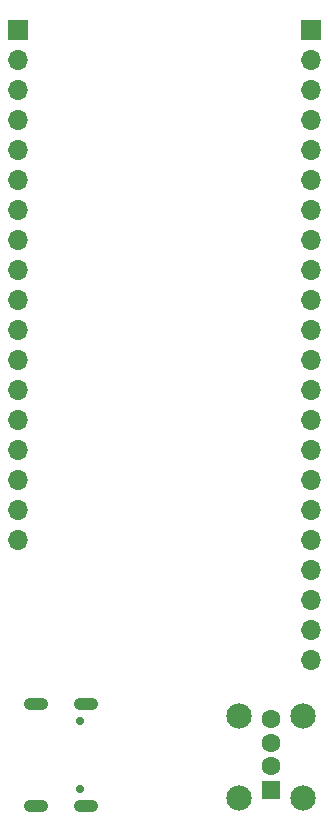
<source format=gbr>
%TF.GenerationSoftware,KiCad,Pcbnew,5.1.5+dfsg1-2build2*%
%TF.CreationDate,2021-06-08T17:36:12+05:30*%
%TF.ProjectId,ESP32-S2,45535033-322d-4533-922e-6b696361645f,rev?*%
%TF.SameCoordinates,Original*%
%TF.FileFunction,Soldermask,Bot*%
%TF.FilePolarity,Negative*%
%FSLAX46Y46*%
G04 Gerber Fmt 4.6, Leading zero omitted, Abs format (unit mm)*
G04 Created by KiCad (PCBNEW 5.1.5+dfsg1-2build2) date 2021-06-08 17:36:12*
%MOMM*%
%LPD*%
G04 APERTURE LIST*
%ADD10C,0.700000*%
%ADD11O,2.100000X1.050000*%
%ADD12C,2.150000*%
%ADD13R,1.600000X1.600000*%
%ADD14C,1.600000*%
%ADD15O,1.700000X1.700000*%
%ADD16R,1.700000X1.700000*%
G04 APERTURE END LIST*
D10*
X143674200Y-132964200D03*
X143674200Y-127184200D03*
D11*
X140024200Y-134394200D03*
X140024200Y-125754200D03*
X144204200Y-134394200D03*
X144204200Y-125754200D03*
D12*
X157192400Y-133750600D03*
X157192400Y-126750600D03*
X162632400Y-126750600D03*
X162632400Y-133750600D03*
D13*
X159912400Y-133020600D03*
D14*
X159912400Y-131020600D03*
X159912400Y-129020600D03*
X159912400Y-127020600D03*
D15*
X163240000Y-122015000D03*
X163240000Y-119475000D03*
X163240000Y-116935000D03*
X163240000Y-114395000D03*
X163240000Y-111855000D03*
X163240000Y-109315000D03*
X163240000Y-106775000D03*
X163240000Y-104235000D03*
X163240000Y-101695000D03*
X163240000Y-99155000D03*
X163240000Y-96615000D03*
X163240000Y-94075000D03*
X163240000Y-91535000D03*
X163240000Y-88995000D03*
X163240000Y-86455000D03*
X163240000Y-83915000D03*
X163240000Y-81375000D03*
X163240000Y-78835000D03*
X163240000Y-76295000D03*
X163240000Y-73755000D03*
X163240000Y-71215000D03*
D16*
X163240000Y-68675000D03*
D15*
X138450000Y-111855000D03*
X138450000Y-109315000D03*
X138450000Y-106775000D03*
X138450000Y-104235000D03*
X138450000Y-101695000D03*
X138450000Y-99155000D03*
X138450000Y-96615000D03*
X138450000Y-94075000D03*
X138450000Y-91535000D03*
X138450000Y-88995000D03*
X138450000Y-86455000D03*
X138450000Y-83915000D03*
X138450000Y-81375000D03*
X138450000Y-78835000D03*
X138450000Y-76295000D03*
X138450000Y-73755000D03*
X138450000Y-71215000D03*
D16*
X138450000Y-68675000D03*
M02*

</source>
